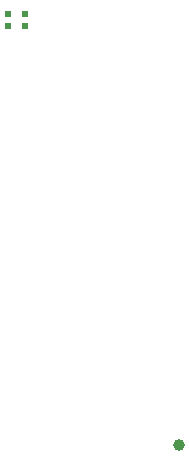
<source format=gbr>
%TF.GenerationSoftware,KiCad,Pcbnew,7.0.11-7.0.11~ubuntu22.04.1*%
%TF.CreationDate,2025-09-05T11:13:46+03:00*%
%TF.ProjectId,MOD-ESP32-C5_Rev_A,4d4f442d-4553-4503-9332-2d43355f5265,A*%
%TF.SameCoordinates,PX5a995c0PY9896800*%
%TF.FileFunction,Paste,Bot*%
%TF.FilePolarity,Positive*%
%FSLAX46Y46*%
G04 Gerber Fmt 4.6, Leading zero omitted, Abs format (unit mm)*
G04 Created by KiCad (PCBNEW 7.0.11-7.0.11~ubuntu22.04.1) date 2025-09-05 11:13:46*
%MOMM*%
%LPD*%
G01*
G04 APERTURE LIST*
%ADD10R,0.550000X0.500000*%
%ADD11C,1.000000*%
G04 APERTURE END LIST*
D10*
%TO.C,C1*%
X5000000Y38508000D03*
X5000000Y37492000D03*
%TD*%
D11*
%TO.C,FID4*%
X18000000Y2000000D03*
%TD*%
D10*
%TO.C,C2*%
X3500000Y37492000D03*
X3500000Y38508000D03*
%TD*%
M02*

</source>
